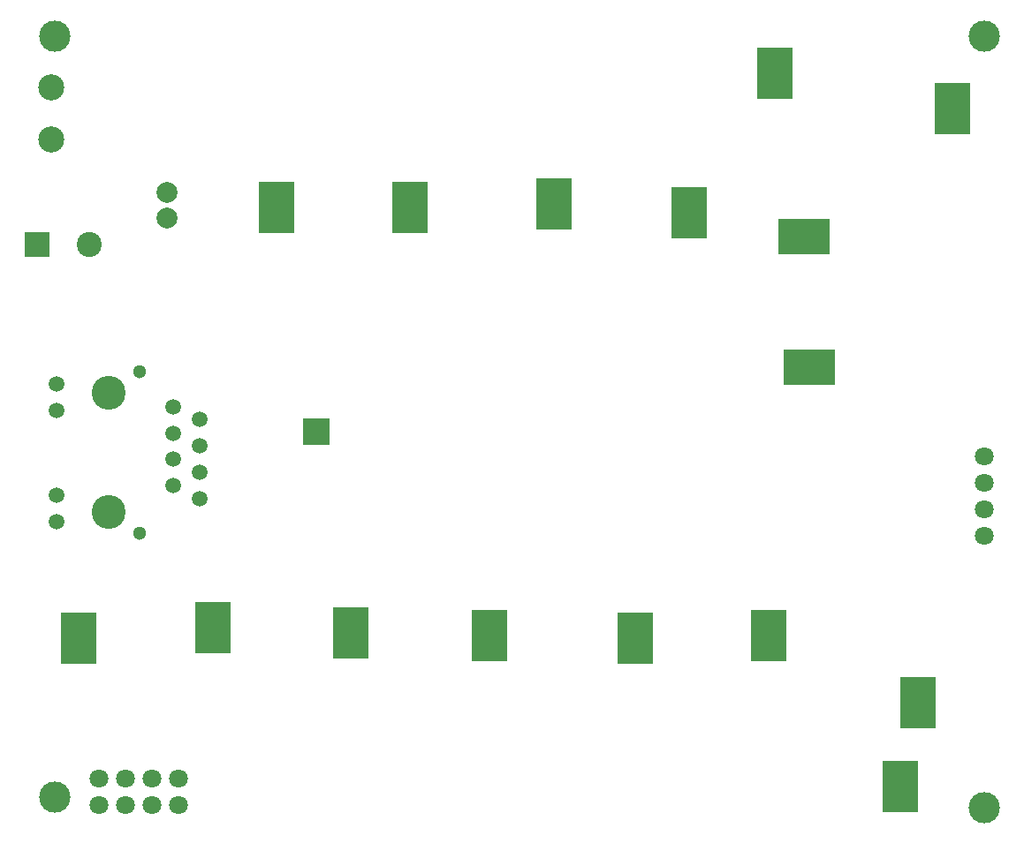
<source format=gbr>
G04 #@! TF.FileFunction,Soldermask,Bot*
%FSLAX46Y46*%
G04 Gerber Fmt 4.6, Leading zero omitted, Abs format (unit mm)*
G04 Created by KiCad (PCBNEW 4.0.7) date 03/20/19 16:08:22*
%MOMM*%
%LPD*%
G01*
G04 APERTURE LIST*
%ADD10C,0.050000*%
%ADD11R,3.000000X3.000000*%
%ADD12C,0.300000*%
%ADD13R,3.400000X5.000000*%
%ADD14C,3.000000*%
%ADD15R,5.000000X3.400000*%
%ADD16R,2.499360X2.499360*%
%ADD17C,1.500000*%
%ADD18C,3.250000*%
%ADD19C,1.300000*%
%ADD20C,2.500000*%
%ADD21R,2.400000X2.400000*%
%ADD22C,2.400000*%
%ADD23C,1.800000*%
%ADD24C,2.000000*%
G04 APERTURE END LIST*
D10*
D11*
X152750000Y-75000000D03*
D12*
X152750000Y-77200000D03*
X151650000Y-77200000D03*
X153850000Y-77200000D03*
X153850000Y-72800000D03*
X151650000Y-72800000D03*
X152750000Y-72800000D03*
X152750000Y-73900000D03*
X151650000Y-73900000D03*
X153850000Y-73900000D03*
X153850000Y-76100000D03*
X151650000Y-76100000D03*
X152750000Y-76100000D03*
D13*
X152750000Y-75000000D03*
D12*
X152750000Y-75000000D03*
X151650000Y-75000000D03*
X153850000Y-75000000D03*
D11*
X113250000Y-74500000D03*
D12*
X113250000Y-76700000D03*
X112150000Y-76700000D03*
X114350000Y-76700000D03*
X114350000Y-72300000D03*
X112150000Y-72300000D03*
X113250000Y-72300000D03*
X113250000Y-73400000D03*
X112150000Y-73400000D03*
X114350000Y-73400000D03*
X114350000Y-75600000D03*
X112150000Y-75600000D03*
X113250000Y-75600000D03*
D13*
X113250000Y-74500000D03*
D12*
X113250000Y-74500000D03*
X112150000Y-74500000D03*
X114350000Y-74500000D03*
D14*
X92000000Y-131000000D03*
X92000000Y-58000000D03*
X181000000Y-132000000D03*
X181000000Y-58000000D03*
D11*
X139800000Y-74100000D03*
D12*
X139800000Y-76300000D03*
X138700000Y-76300000D03*
X140900000Y-76300000D03*
X140900000Y-71900000D03*
X138700000Y-71900000D03*
X139800000Y-71900000D03*
X139800000Y-73000000D03*
X138700000Y-73000000D03*
X140900000Y-73000000D03*
X140900000Y-75200000D03*
X138700000Y-75200000D03*
X139800000Y-75200000D03*
D13*
X139800000Y-74100000D03*
D12*
X139800000Y-74100000D03*
X138700000Y-74100000D03*
X140900000Y-74100000D03*
D11*
X126000000Y-74500000D03*
D12*
X126000000Y-76700000D03*
X124900000Y-76700000D03*
X127100000Y-76700000D03*
X127100000Y-72300000D03*
X124900000Y-72300000D03*
X126000000Y-72300000D03*
X126000000Y-73400000D03*
X124900000Y-73400000D03*
X127100000Y-73400000D03*
X127100000Y-75600000D03*
X124900000Y-75600000D03*
X126000000Y-75600000D03*
D13*
X126000000Y-74500000D03*
D12*
X126000000Y-74500000D03*
X124900000Y-74500000D03*
X127100000Y-74500000D03*
D11*
X164250000Y-89750000D03*
D12*
X162050000Y-89750000D03*
X162050000Y-88650000D03*
X162050000Y-90850000D03*
X166450000Y-90850000D03*
X166450000Y-88650000D03*
X166450000Y-89750000D03*
X165350000Y-89750000D03*
X165350000Y-88650000D03*
X165350000Y-90850000D03*
X163150000Y-90850000D03*
X163150000Y-88650000D03*
X163150000Y-89750000D03*
D15*
X164250000Y-89750000D03*
D12*
X164250000Y-89750000D03*
X164250000Y-88650000D03*
X164250000Y-90850000D03*
D11*
X163750000Y-77250000D03*
D12*
X161550000Y-77250000D03*
X161550000Y-76150000D03*
X161550000Y-78350000D03*
X165950000Y-78350000D03*
X165950000Y-76150000D03*
X165950000Y-77250000D03*
X164850000Y-77250000D03*
X164850000Y-76150000D03*
X164850000Y-78350000D03*
X162650000Y-78350000D03*
X162650000Y-76150000D03*
X162650000Y-77250000D03*
D15*
X163750000Y-77250000D03*
D12*
X163750000Y-77250000D03*
X163750000Y-76150000D03*
X163750000Y-78350000D03*
D11*
X178000000Y-65000000D03*
D12*
X178000000Y-67200000D03*
X176900000Y-67200000D03*
X179100000Y-67200000D03*
X179100000Y-62800000D03*
X176900000Y-62800000D03*
X178000000Y-62800000D03*
X178000000Y-63900000D03*
X176900000Y-63900000D03*
X179100000Y-63900000D03*
X179100000Y-66100000D03*
X176900000Y-66100000D03*
X178000000Y-66100000D03*
D13*
X178000000Y-65000000D03*
D12*
X178000000Y-65000000D03*
X176900000Y-65000000D03*
X179100000Y-65000000D03*
D11*
X160950000Y-61570000D03*
D12*
X160950000Y-59370000D03*
X162050000Y-59370000D03*
X159850000Y-59370000D03*
X159850000Y-63770000D03*
X162050000Y-63770000D03*
X160950000Y-63770000D03*
X160950000Y-62670000D03*
X162050000Y-62670000D03*
X159850000Y-62670000D03*
X159850000Y-60470000D03*
X162050000Y-60470000D03*
X160950000Y-60470000D03*
D13*
X160950000Y-61570000D03*
D12*
X160950000Y-61570000D03*
X162050000Y-61570000D03*
X159850000Y-61570000D03*
D11*
X147600000Y-115800000D03*
D12*
X147600000Y-113600000D03*
X148700000Y-113600000D03*
X146500000Y-113600000D03*
X146500000Y-118000000D03*
X148700000Y-118000000D03*
X147600000Y-118000000D03*
X147600000Y-116900000D03*
X148700000Y-116900000D03*
X146500000Y-116900000D03*
X146500000Y-114700000D03*
X148700000Y-114700000D03*
X147600000Y-114700000D03*
D13*
X147600000Y-115800000D03*
D12*
X147600000Y-115800000D03*
X148700000Y-115800000D03*
X146500000Y-115800000D03*
D11*
X160400000Y-115500000D03*
D12*
X160400000Y-113300000D03*
X161500000Y-113300000D03*
X159300000Y-113300000D03*
X159300000Y-117700000D03*
X161500000Y-117700000D03*
X160400000Y-117700000D03*
X160400000Y-116600000D03*
X161500000Y-116600000D03*
X159300000Y-116600000D03*
X159300000Y-114400000D03*
X161500000Y-114400000D03*
X160400000Y-114400000D03*
D13*
X160400000Y-115500000D03*
D12*
X160400000Y-115500000D03*
X161500000Y-115500000D03*
X159300000Y-115500000D03*
D11*
X173025000Y-129975000D03*
D12*
X173025000Y-127775000D03*
X174125000Y-127775000D03*
X171925000Y-127775000D03*
X171925000Y-132175000D03*
X174125000Y-132175000D03*
X173025000Y-132175000D03*
X173025000Y-131075000D03*
X174125000Y-131075000D03*
X171925000Y-131075000D03*
X171925000Y-128875000D03*
X174125000Y-128875000D03*
X173025000Y-128875000D03*
D13*
X173025000Y-129975000D03*
D12*
X173025000Y-129975000D03*
X174125000Y-129975000D03*
X171925000Y-129975000D03*
D11*
X174710000Y-121960000D03*
D12*
X174710000Y-119760000D03*
X175810000Y-119760000D03*
X173610000Y-119760000D03*
X173610000Y-124160000D03*
X175810000Y-124160000D03*
X174710000Y-124160000D03*
X174710000Y-123060000D03*
X175810000Y-123060000D03*
X173610000Y-123060000D03*
X173610000Y-120860000D03*
X175810000Y-120860000D03*
X174710000Y-120860000D03*
D13*
X174710000Y-121960000D03*
D12*
X174710000Y-121960000D03*
X175810000Y-121960000D03*
X173610000Y-121960000D03*
D11*
X107100000Y-114800000D03*
D12*
X107100000Y-112600000D03*
X108200000Y-112600000D03*
X106000000Y-112600000D03*
X106000000Y-117000000D03*
X108200000Y-117000000D03*
X107100000Y-117000000D03*
X107100000Y-115900000D03*
X108200000Y-115900000D03*
X106000000Y-115900000D03*
X106000000Y-113700000D03*
X108200000Y-113700000D03*
X107100000Y-113700000D03*
D13*
X107100000Y-114800000D03*
D12*
X107100000Y-114800000D03*
X108200000Y-114800000D03*
X106000000Y-114800000D03*
D11*
X120300000Y-115300000D03*
D12*
X120300000Y-113100000D03*
X121400000Y-113100000D03*
X119200000Y-113100000D03*
X119200000Y-117500000D03*
X121400000Y-117500000D03*
X120300000Y-117500000D03*
X120300000Y-116400000D03*
X121400000Y-116400000D03*
X119200000Y-116400000D03*
X119200000Y-114200000D03*
X121400000Y-114200000D03*
X120300000Y-114200000D03*
D13*
X120300000Y-115300000D03*
D12*
X120300000Y-115300000D03*
X121400000Y-115300000D03*
X119200000Y-115300000D03*
D11*
X133600000Y-115500000D03*
D12*
X133600000Y-113300000D03*
X134700000Y-113300000D03*
X132500000Y-113300000D03*
X132500000Y-117700000D03*
X134700000Y-117700000D03*
X133600000Y-117700000D03*
X133600000Y-116600000D03*
X134700000Y-116600000D03*
X132500000Y-116600000D03*
X132500000Y-114400000D03*
X134700000Y-114400000D03*
X133600000Y-114400000D03*
D13*
X133600000Y-115500000D03*
D12*
X133600000Y-115500000D03*
X134700000Y-115500000D03*
X132500000Y-115500000D03*
D16*
X117000000Y-96000000D03*
D17*
X92100000Y-91375000D03*
X92100000Y-93915000D03*
X92100000Y-102085000D03*
X92100000Y-104625000D03*
X103350000Y-93560000D03*
X103350000Y-98630000D03*
X103350000Y-96100000D03*
X103350000Y-101170000D03*
X105890000Y-94820000D03*
X105890000Y-99900000D03*
X105890000Y-97360000D03*
D18*
X97132080Y-103715000D03*
X97132080Y-92285000D03*
D19*
X100050000Y-90255000D03*
X100050000Y-105745000D03*
D17*
X105890000Y-102440000D03*
D20*
X91660000Y-62970000D03*
X91660000Y-67970000D03*
D21*
X90250000Y-78000000D03*
D22*
X95250000Y-78000000D03*
D23*
X181000000Y-105950000D03*
X181000000Y-103410000D03*
X181000000Y-98340160D03*
X181000000Y-100880160D03*
X101270000Y-131770000D03*
X103810000Y-131770000D03*
X98730000Y-131770000D03*
X96190000Y-131770000D03*
X96190000Y-129230000D03*
X98730000Y-129230000D03*
X103810000Y-129230000D03*
X101270000Y-129230000D03*
D11*
X94250000Y-115750000D03*
D12*
X94250000Y-113550000D03*
X95350000Y-113550000D03*
X93150000Y-113550000D03*
X93150000Y-117950000D03*
X95350000Y-117950000D03*
X94250000Y-117950000D03*
X94250000Y-116850000D03*
X95350000Y-116850000D03*
X93150000Y-116850000D03*
X93150000Y-114650000D03*
X95350000Y-114650000D03*
X94250000Y-114650000D03*
D13*
X94250000Y-115750000D03*
D12*
X94250000Y-115750000D03*
X95350000Y-115750000D03*
X93150000Y-115750000D03*
D24*
X102750000Y-73000000D03*
X102750000Y-75500000D03*
M02*

</source>
